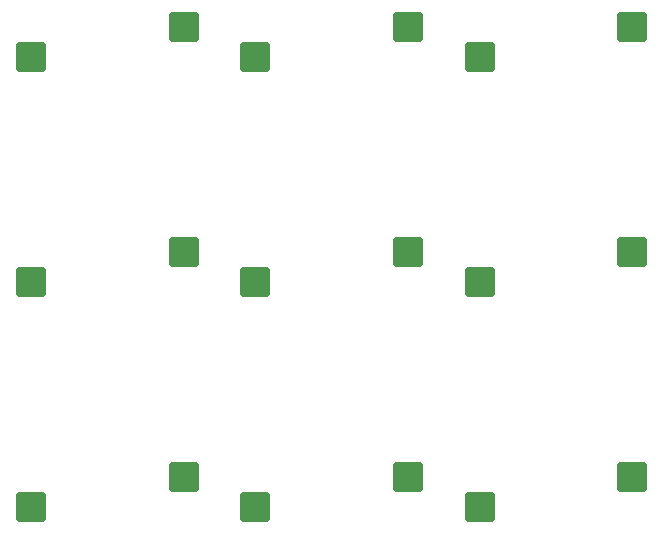
<source format=gbp>
G04 #@! TF.GenerationSoftware,KiCad,Pcbnew,8.0.4*
G04 #@! TF.CreationDate,2024-08-26T00:37:18+05:30*
G04 #@! TF.ProjectId,CoryDora,436f7279-446f-4726-912e-6b696361645f,rev?*
G04 #@! TF.SameCoordinates,Original*
G04 #@! TF.FileFunction,Paste,Bot*
G04 #@! TF.FilePolarity,Positive*
%FSLAX46Y46*%
G04 Gerber Fmt 4.6, Leading zero omitted, Abs format (unit mm)*
G04 Created by KiCad (PCBNEW 8.0.4) date 2024-08-26 00:37:18*
%MOMM*%
%LPD*%
G01*
G04 APERTURE LIST*
G04 Aperture macros list*
%AMRoundRect*
0 Rectangle with rounded corners*
0 $1 Rounding radius*
0 $2 $3 $4 $5 $6 $7 $8 $9 X,Y pos of 4 corners*
0 Add a 4 corners polygon primitive as box body*
4,1,4,$2,$3,$4,$5,$6,$7,$8,$9,$2,$3,0*
0 Add four circle primitives for the rounded corners*
1,1,$1+$1,$2,$3*
1,1,$1+$1,$4,$5*
1,1,$1+$1,$6,$7*
1,1,$1+$1,$8,$9*
0 Add four rect primitives between the rounded corners*
20,1,$1+$1,$2,$3,$4,$5,0*
20,1,$1+$1,$4,$5,$6,$7,0*
20,1,$1+$1,$6,$7,$8,$9,0*
20,1,$1+$1,$8,$9,$2,$3,0*%
G04 Aperture macros list end*
%ADD10RoundRect,0.250000X1.025000X1.000000X-1.025000X1.000000X-1.025000X-1.000000X1.025000X-1.000000X0*%
G04 APERTURE END LIST*
D10*
X122730000Y-98523262D03*
X109803000Y-101063262D03*
X141730000Y-98523262D03*
X128803000Y-101063262D03*
X103730000Y-98523262D03*
X90803000Y-101063262D03*
X122730000Y-136573262D03*
X109803000Y-139113262D03*
X103730000Y-117523262D03*
X90803000Y-120063262D03*
X103730000Y-136573262D03*
X90803000Y-139113262D03*
X141730000Y-117523262D03*
X128803000Y-120063262D03*
X141730000Y-136573262D03*
X128803000Y-139113262D03*
X122730000Y-117523262D03*
X109803000Y-120063262D03*
M02*

</source>
